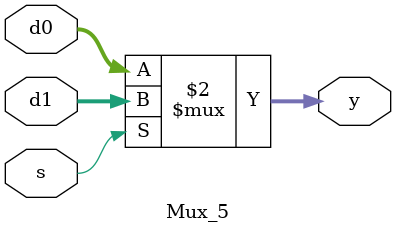
<source format=v>
`timescale 1ns / 1ps


module Mux_5(input [4:0] d0,input [4:0] d1,input s,output [4:0] y);
    assign y=(!s)?d0:d1;
endmodule

</source>
